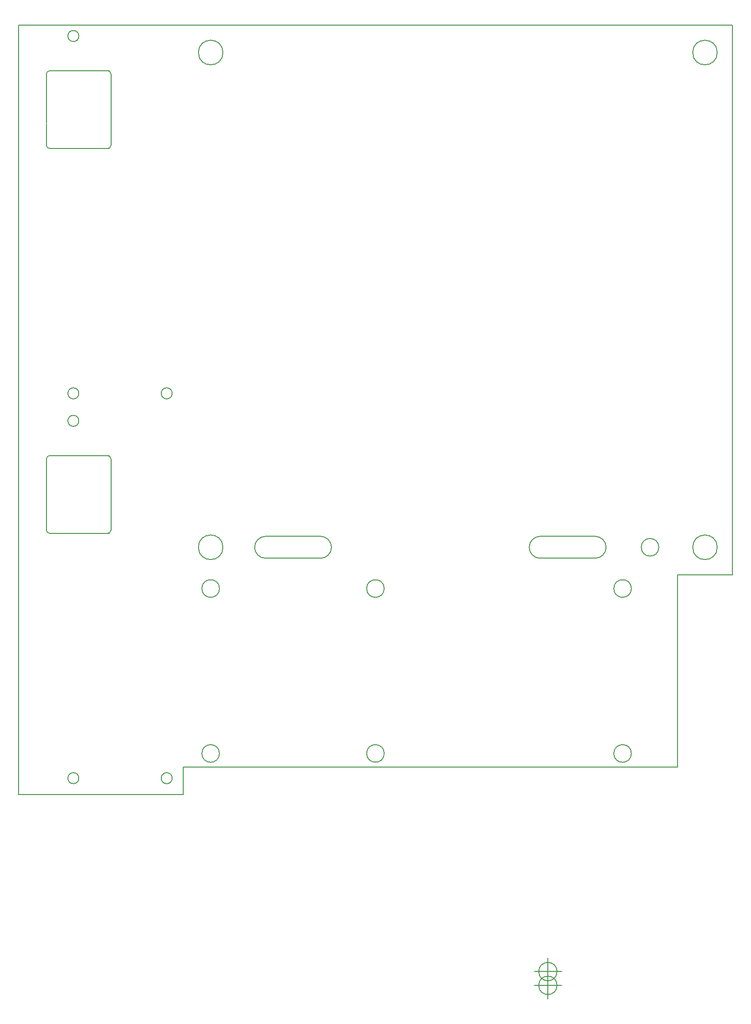
<source format=gbr>
G04 #@! TF.FileFunction,Profile,NP*
%FSLAX46Y46*%
G04 Gerber Fmt 4.6, Leading zero omitted, Abs format (unit mm)*
G04 Created by KiCad (PCBNEW 4.0.2+dfsg1-stable) date 2017年07月20日 15時33分43秒*
%MOMM*%
G01*
G04 APERTURE LIST*
%ADD10C,0.100000*%
%ADD11C,0.200000*%
G04 APERTURE END LIST*
D10*
D11*
X91085600Y-171244800D02*
X91085600Y-176244800D01*
X61085600Y-106244800D02*
X61085600Y-36244800D01*
X61085600Y-36244800D02*
X91085600Y-36244800D01*
X89085600Y-103244800D02*
G75*
G03X89085600Y-103244800I-1000000J0D01*
G01*
X72085600Y-103244800D02*
G75*
G03X72085600Y-103244800I-1000000J0D01*
G01*
X72085600Y-38244800D02*
G75*
G03X72085600Y-38244800I-1000000J0D01*
G01*
X77930600Y-45189800D02*
G75*
G03X77295600Y-44554800I-635000J0D01*
G01*
X66800600Y-44554800D02*
G75*
G03X66165600Y-45189800I0J-635000D01*
G01*
X66165600Y-58079800D02*
G75*
G03X66800600Y-58714800I635000J0D01*
G01*
X77295600Y-58714800D02*
G75*
G03X77930600Y-58079800I0J635000D01*
G01*
X77930600Y-54079800D02*
X77930600Y-45189800D01*
X77595600Y-44554800D02*
X66800600Y-44554800D01*
X66165600Y-45189800D02*
X66165600Y-54079800D01*
X66800600Y-58714800D02*
X77595600Y-58714800D01*
X66165600Y-57984800D02*
X66165600Y-54174800D01*
X77930600Y-58111800D02*
X77930600Y-54047800D01*
X181085600Y-136244800D02*
X191085600Y-136244800D01*
X156085600Y-129244800D02*
X157085600Y-129244800D01*
X156085600Y-133244800D02*
X166085600Y-133244800D01*
X157085600Y-129244800D02*
X166085600Y-129244800D01*
X106085600Y-133244800D02*
X116085600Y-133244800D01*
X106085600Y-129244800D02*
X116085600Y-129244800D01*
X154085600Y-131244800D02*
G75*
G03X156085600Y-133244800I2000000J0D01*
G01*
X156085600Y-129244800D02*
G75*
G03X154085600Y-131244800I0J-2000000D01*
G01*
X168085600Y-131244800D02*
G75*
G03X166085600Y-129244800I-2000000J0D01*
G01*
X166085600Y-133244800D02*
G75*
G03X168085600Y-131244800I0J2000000D01*
G01*
X118085600Y-131244800D02*
G75*
G03X116085600Y-129244800I-2000000J0D01*
G01*
X116085600Y-133244800D02*
G75*
G03X118085600Y-131244800I0J2000000D01*
G01*
X106085600Y-129244800D02*
G75*
G03X104085600Y-131244800I0J-2000000D01*
G01*
X104085600Y-131244800D02*
G75*
G03X106085600Y-133244800I2000000J0D01*
G01*
X98321668Y-41244800D02*
G75*
G03X98321668Y-41244800I-2236068J0D01*
G01*
X188321668Y-41244800D02*
G75*
G03X188321668Y-41244800I-2236068J0D01*
G01*
X188321668Y-131244800D02*
G75*
G03X188321668Y-131244800I-2236068J0D01*
G01*
X98321668Y-131244800D02*
G75*
G03X98321668Y-131244800I-2236068J0D01*
G01*
X177685600Y-131244800D02*
G75*
G03X177685600Y-131244800I-1600000J0D01*
G01*
X191085600Y-36244800D02*
X191085600Y-136244800D01*
X91085600Y-36244800D02*
X191085600Y-36244800D01*
X159150666Y-208424600D02*
G75*
G03X159150666Y-208424600I-1666666J0D01*
G01*
X154984000Y-208424600D02*
X159984000Y-208424600D01*
X157484000Y-205924600D02*
X157484000Y-210924600D01*
X181085600Y-171244800D02*
X181085600Y-168744800D01*
X91085600Y-171244800D02*
X181085600Y-171244800D01*
X181085600Y-138744800D02*
X181085600Y-136244800D01*
X127685600Y-168744800D02*
G75*
G03X127685600Y-168744800I-1600000J0D01*
G01*
X97685600Y-168744800D02*
G75*
G03X97685600Y-168744800I-1600000J0D01*
G01*
X97685600Y-138744800D02*
G75*
G03X97685600Y-138744800I-1600000J0D01*
G01*
X127685600Y-138744800D02*
G75*
G03X127685600Y-138744800I-1600000J0D01*
G01*
X172685600Y-168744800D02*
G75*
G03X172685600Y-168744800I-1600000J0D01*
G01*
X172685600Y-138744800D02*
G75*
G03X172685600Y-138744800I-1600000J0D01*
G01*
X181085600Y-168744800D02*
X181085600Y-153744800D01*
X181085600Y-153744800D02*
X181085600Y-138744800D01*
X159150666Y-210924600D02*
G75*
G03X159150666Y-210924600I-1666666J0D01*
G01*
X154984000Y-210924600D02*
X159984000Y-210924600D01*
X157484000Y-208424600D02*
X157484000Y-213424600D01*
X77930600Y-128111800D02*
X77930600Y-124047800D01*
X66165600Y-127984800D02*
X66165600Y-124174800D01*
X66800600Y-128714800D02*
X77595600Y-128714800D01*
X66165600Y-115189800D02*
X66165600Y-124079800D01*
X77595600Y-114554800D02*
X66800600Y-114554800D01*
X77930600Y-124079800D02*
X77930600Y-115189800D01*
X77295600Y-128714800D02*
G75*
G03X77930600Y-128079800I0J635000D01*
G01*
X66165600Y-128079800D02*
G75*
G03X66800600Y-128714800I635000J0D01*
G01*
X66800600Y-114554800D02*
G75*
G03X66165600Y-115189800I0J-635000D01*
G01*
X77930600Y-115189800D02*
G75*
G03X77295600Y-114554800I-635000J0D01*
G01*
X72085600Y-108244800D02*
G75*
G03X72085600Y-108244800I-1000000J0D01*
G01*
X72085600Y-173244800D02*
G75*
G03X72085600Y-173244800I-1000000J0D01*
G01*
X89085600Y-173244800D02*
G75*
G03X89085600Y-173244800I-1000000J0D01*
G01*
X91085600Y-176244800D02*
X61085600Y-176244800D01*
X61085600Y-176244800D02*
X61085600Y-106244800D01*
M02*

</source>
